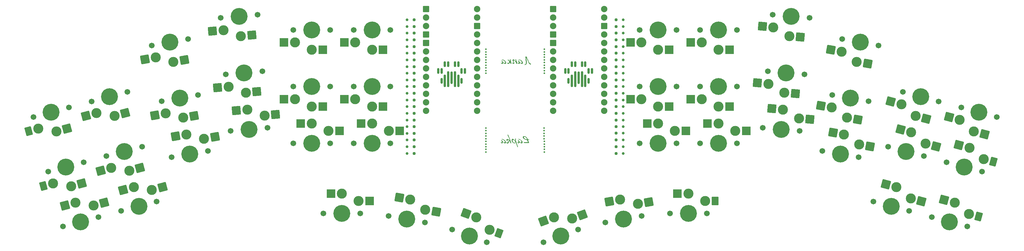
<source format=gbr>
%TF.GenerationSoftware,KiCad,Pcbnew,9.0.7*%
%TF.CreationDate,2026-02-05T22:02:29+07:00*%
%TF.ProjectId,Lapka42,4c61706b-6134-4322-9e6b-696361645f70,rev?*%
%TF.SameCoordinates,Original*%
%TF.FileFunction,Soldermask,Bot*%
%TF.FilePolarity,Negative*%
%FSLAX46Y46*%
G04 Gerber Fmt 4.6, Leading zero omitted, Abs format (unit mm)*
G04 Created by KiCad (PCBNEW 9.0.7) date 2026-02-05 22:02:29*
%MOMM*%
%LPD*%
G01*
G04 APERTURE LIST*
G04 Aperture macros list*
%AMRoundRect*
0 Rectangle with rounded corners*
0 $1 Rounding radius*
0 $2 $3 $4 $5 $6 $7 $8 $9 X,Y pos of 4 corners*
0 Add a 4 corners polygon primitive as box body*
4,1,4,$2,$3,$4,$5,$6,$7,$8,$9,$2,$3,0*
0 Add four circle primitives for the rounded corners*
1,1,$1+$1,$2,$3*
1,1,$1+$1,$4,$5*
1,1,$1+$1,$6,$7*
1,1,$1+$1,$8,$9*
0 Add four rect primitives between the rounded corners*
20,1,$1+$1,$2,$3,$4,$5,0*
20,1,$1+$1,$4,$5,$6,$7,0*
20,1,$1+$1,$6,$7,$8,$9,0*
20,1,$1+$1,$8,$9,$2,$3,0*%
G04 Aperture macros list end*
%ADD10C,0.100000*%
%ADD11C,0.800000*%
%ADD12RoundRect,0.200000X0.200000X0.200000X-0.200000X0.200000X-0.200000X-0.200000X0.200000X-0.200000X0*%
%ADD13RoundRect,0.200000X-0.200000X-0.200000X0.200000X-0.200000X0.200000X0.200000X-0.200000X0.200000X0*%
%ADD14RoundRect,0.375000X-0.000010X-0.500000X0.000010X-0.500000X0.000010X0.500000X-0.000010X0.500000X0*%
%ADD15RoundRect,0.375000X-0.000010X-1.500000X0.000010X-1.500000X0.000010X1.500000X-0.000010X1.500000X0*%
%ADD16RoundRect,0.375000X-0.000010X-2.000000X0.000010X-2.000000X0.000010X2.000000X-0.000010X2.000000X0*%
%ADD17RoundRect,0.200000X1.274302X0.892276X-0.892276X1.274302X-1.274302X-0.892276X0.892276X-1.274302X0*%
%ADD18C,1.701800*%
%ADD19C,3.000000*%
%ADD20C,5.050000*%
%ADD21RoundRect,0.200000X-1.347219X-0.777817X0.777817X-1.347219X1.347219X0.777817X-0.777817X1.347219X0*%
%ADD22RoundRect,0.153846X1.187132X0.787631X-0.403117X1.366434X-1.187132X-0.787631X0.403117X-1.366434X0*%
%ADD23RoundRect,0.200000X1.409884X0.657440X-0.657440X1.409884X-1.409884X-0.657440X0.657440X-1.409884X0*%
%ADD24RoundRect,0.153846X-0.520676X-1.326101X1.113968X-0.888099X0.520676X1.326101X-1.113968X0.888099X0*%
%ADD25RoundRect,0.200000X-0.777817X-1.347219X1.347219X-0.777817X0.777817X1.347219X-1.347219X0.777817X0*%
%ADD26RoundRect,0.200000X1.100000X1.100000X-1.100000X1.100000X-1.100000X-1.100000X1.100000X-1.100000X0*%
%ADD27RoundRect,0.200000X-1.100000X-1.100000X1.100000X-1.100000X1.100000X1.100000X-1.100000X1.100000X0*%
%ADD28C,0.500000*%
%ADD29RoundRect,0.200000X1.347219X0.777817X-0.777817X1.347219X-1.347219X-0.777817X0.777817X-1.347219X0*%
%ADD30O,1.900000X1.900000*%
%ADD31RoundRect,0.250000X-0.700000X-0.700000X0.700000X-0.700000X0.700000X0.700000X-0.700000X0.700000X0*%
%ADD32RoundRect,0.153846X0.846154X1.146154X-0.846154X1.146154X-0.846154X-1.146154X0.846154X-1.146154X0*%
%ADD33RoundRect,0.200000X1.191685X0.999943X-0.999943X1.191685X-1.191685X-0.999943X0.999943X-1.191685X0*%
%ADD34RoundRect,0.200000X-0.999943X-1.191685X1.191685X-0.999943X0.999943X1.191685X-1.191685X0.999943X0*%
%ADD35RoundRect,0.200000X-1.274302X-0.892276X0.892276X-1.274302X1.274302X0.892276X-0.892276X1.274302X0*%
%ADD36RoundRect,0.200000X0.657440X1.409884X-1.409884X0.657440X-0.657440X-1.409884X1.409884X-0.657440X0*%
%ADD37RoundRect,0.200000X-0.892276X-1.274302X1.274302X-0.892276X0.892276X1.274302X-1.274302X0.892276X0*%
%ADD38RoundRect,0.200000X0.892276X1.274302X-1.274302X0.892276X-0.892276X-1.274302X1.274302X-0.892276X0*%
%ADD39RoundRect,0.200000X-1.191685X-0.999943X0.999943X-1.191685X1.191685X0.999943X-0.999943X1.191685X0*%
%ADD40RoundRect,0.153846X1.113968X0.888099X-0.520676X1.326101X-1.113968X-0.888099X0.520676X-1.326101X0*%
%ADD41RoundRect,0.200000X0.999943X1.191685X-1.191685X0.999943X-0.999943X-1.191685X1.191685X-0.999943X0*%
%ADD42RoundRect,0.200000X0.777817X1.347219X-1.347219X0.777817X-0.777817X-1.347219X1.347219X-0.777817X0*%
G04 APERTURE END LIST*
D10*
G36*
X220523650Y-156838792D02*
G01*
X220685293Y-156883569D01*
X220846843Y-156960213D01*
X221010205Y-157072348D01*
X221151489Y-157203837D01*
X221284449Y-157368545D01*
X221408999Y-157571157D01*
X221524337Y-157817288D01*
X221666101Y-157805640D01*
X221787293Y-157772536D01*
X221891617Y-157719439D01*
X221965042Y-157848735D01*
X221845432Y-157920783D01*
X221717038Y-157963646D01*
X221576849Y-157978183D01*
X221717559Y-158370210D01*
X221804147Y-158567572D01*
X221875151Y-158720589D01*
X221898639Y-158800061D01*
X221884386Y-158862452D01*
X221844351Y-158899600D01*
X221769190Y-158915465D01*
X221741176Y-158910545D01*
X221342528Y-158905085D01*
X220688415Y-158933020D01*
X220590606Y-158923138D01*
X220504928Y-158894552D01*
X220429075Y-158853332D01*
X220380669Y-158815936D01*
X220268776Y-158695189D01*
X220363114Y-158569251D01*
X220462459Y-158626804D01*
X220560937Y-158659905D01*
X220660480Y-158670765D01*
X221387866Y-158649699D01*
X221629208Y-158660232D01*
X221544345Y-158564275D01*
X221455796Y-158424294D01*
X221363726Y-158228702D01*
X221268950Y-157964139D01*
X221025418Y-157933622D01*
X220799138Y-157875174D01*
X220587773Y-157789323D01*
X220389371Y-157675628D01*
X220235599Y-157558618D01*
X220127395Y-157446487D01*
X220056277Y-157338174D01*
X220015973Y-157231828D01*
X220012721Y-157205307D01*
X220345712Y-157205307D01*
X220359625Y-157297778D01*
X220403243Y-157391420D01*
X220482707Y-157489331D01*
X220607968Y-157593501D01*
X220742897Y-157675248D01*
X220888781Y-157737444D01*
X221047207Y-157780295D01*
X221220102Y-157803244D01*
X221151773Y-157576459D01*
X221062701Y-157388339D01*
X220954335Y-157233243D01*
X220852990Y-157131197D01*
X220753373Y-157063827D01*
X220653841Y-157025406D01*
X220551945Y-157012814D01*
X220470979Y-157027062D01*
X220405246Y-157068837D01*
X220360534Y-157131108D01*
X220345712Y-157205307D01*
X220012721Y-157205307D01*
X220002856Y-157124860D01*
X220014154Y-157038452D01*
X220046595Y-156966773D01*
X220100859Y-156906263D01*
X220170346Y-156861836D01*
X220255247Y-156833949D01*
X220359603Y-156823983D01*
X220523650Y-156838792D01*
G37*
G36*
X218432527Y-158621763D02*
G01*
X218352080Y-158681145D01*
X218417668Y-158779204D01*
X218532209Y-158880661D01*
X218623153Y-158936103D01*
X218702025Y-158965855D01*
X218771720Y-158975000D01*
X218864633Y-158960503D01*
X218925662Y-158921652D01*
X218963673Y-158857635D01*
X218978105Y-158758081D01*
X218966288Y-158653260D01*
X218925593Y-158516892D01*
X219055041Y-158649699D01*
X219243317Y-158820067D01*
X219382021Y-158908596D01*
X219521268Y-158958980D01*
X219653131Y-158975000D01*
X219738582Y-158965726D01*
X219804078Y-158940242D01*
X219854326Y-158899895D01*
X219890877Y-158845924D01*
X219914037Y-158777831D01*
X219922409Y-158691678D01*
X219911418Y-158573842D01*
X219877825Y-158454987D01*
X219819645Y-158333324D01*
X219733579Y-158207314D01*
X219597685Y-158059023D01*
X219437629Y-157929197D01*
X219250894Y-157817288D01*
X219050861Y-157731940D01*
X218855774Y-157681474D01*
X218663337Y-157663415D01*
X218656315Y-157778820D01*
X218803166Y-157810266D01*
X219007899Y-157872870D01*
X219194185Y-157965852D01*
X219364619Y-158090230D01*
X219479821Y-158205377D01*
X219553779Y-158311803D01*
X219594636Y-158411774D01*
X219607641Y-158508190D01*
X219595018Y-158606643D01*
X219562658Y-158667832D01*
X219512854Y-158703388D01*
X219439724Y-158716255D01*
X219341279Y-158697375D01*
X219215412Y-158630953D01*
X219051530Y-158495978D01*
X218907128Y-158341582D01*
X218779020Y-158169453D01*
X218666848Y-157978183D01*
X218519844Y-158065653D01*
X218661589Y-158371455D01*
X218722518Y-158539917D01*
X218736762Y-158621763D01*
X218728390Y-158667060D01*
X218703637Y-158704043D01*
X218668842Y-158729624D01*
X218637081Y-158737168D01*
X218593422Y-158733657D01*
X218572356Y-158724956D01*
X218546100Y-158709233D01*
X218518165Y-158688167D01*
X218478018Y-158656721D01*
X218432527Y-158621763D01*
G37*
G36*
X217770477Y-158331420D02*
G01*
X217581959Y-158069290D01*
X217430249Y-157895065D01*
X217308858Y-157787674D01*
X217172545Y-157701107D01*
X217060210Y-157655984D01*
X216966154Y-157642502D01*
X216872062Y-157653258D01*
X216797772Y-157683270D01*
X216738703Y-157731651D01*
X216694614Y-157795167D01*
X216667681Y-157869390D01*
X216658256Y-157957270D01*
X216674788Y-158140278D01*
X216724232Y-158315873D01*
X216807955Y-158486759D01*
X216929365Y-158655041D01*
X217047303Y-158776304D01*
X217166037Y-158865501D01*
X217286556Y-158926802D01*
X217410419Y-158962928D01*
X217539667Y-158975000D01*
X217680311Y-158960503D01*
X217777499Y-158922487D01*
X217693540Y-158772125D01*
X217466242Y-158796550D01*
X217378903Y-158784418D01*
X217292445Y-158746943D01*
X217204343Y-158679951D01*
X217113005Y-158576273D01*
X217019258Y-158423269D01*
X216965944Y-158273943D01*
X216948599Y-158125034D01*
X216961689Y-158043932D01*
X216999280Y-157980015D01*
X217057017Y-157936795D01*
X217130408Y-157922160D01*
X217214981Y-157937674D01*
X217312175Y-157989723D01*
X217427519Y-158091500D01*
X217565923Y-158261505D01*
X217717241Y-158493579D01*
X217868944Y-158771964D01*
X218020520Y-159102616D01*
X218216769Y-159615569D01*
X218389480Y-160171179D01*
X218599376Y-160097753D01*
X218468248Y-159735663D01*
X218225226Y-159058958D01*
X217940343Y-158223716D01*
X217896414Y-158048098D01*
X217906885Y-157901095D01*
X217937410Y-157766573D01*
X217987395Y-157642502D01*
X217812456Y-157555033D01*
X217751198Y-157659302D01*
X217715766Y-157764141D01*
X217704073Y-157871632D01*
X217718243Y-158052308D01*
X217770477Y-158331420D01*
G37*
G36*
X215146851Y-158618252D02*
G01*
X215059534Y-158695189D01*
X215175987Y-158856293D01*
X215284731Y-158956462D01*
X215387986Y-159010460D01*
X215489706Y-159027512D01*
X215574232Y-159008945D01*
X215667962Y-158946295D01*
X215776539Y-158821127D01*
X215865647Y-158677401D01*
X215910501Y-158567009D01*
X215923390Y-158481782D01*
X215905759Y-158437426D01*
X215836109Y-158383062D01*
X215671515Y-158314017D01*
X215581340Y-158274305D01*
X215498560Y-158217847D01*
X215437532Y-158148397D01*
X215419792Y-158083208D01*
X215430124Y-158019561D01*
X215458260Y-157976504D01*
X215501268Y-157949173D01*
X215556110Y-157939715D01*
X215658180Y-157965724D01*
X215768516Y-158030563D01*
X215891255Y-158145835D01*
X216029446Y-158327803D01*
X216185315Y-158596458D01*
X216360585Y-158975000D01*
X216573992Y-158901574D01*
X216552511Y-158784208D01*
X216445029Y-158442326D01*
X216166564Y-157684481D01*
X215873237Y-156954126D01*
X215692142Y-156566182D01*
X215587556Y-156393811D01*
X215416281Y-156456703D01*
X215635479Y-156869484D01*
X215840876Y-157323262D01*
X216031637Y-157821125D01*
X216206712Y-158366377D01*
X216012582Y-158097436D01*
X215858915Y-157923651D01*
X215738071Y-157820799D01*
X215602555Y-157741762D01*
X215478876Y-157698110D01*
X215363769Y-157684329D01*
X215264561Y-157701645D01*
X215190662Y-157750885D01*
X215142568Y-157825317D01*
X215125937Y-157920481D01*
X215138767Y-158019454D01*
X215176618Y-158107632D01*
X215236935Y-158184988D01*
X215321789Y-158254483D01*
X215467720Y-158341245D01*
X215657623Y-158432933D01*
X215629308Y-158539997D01*
X215592676Y-158621088D01*
X215549088Y-158681297D01*
X215493642Y-158729064D01*
X215436015Y-158756155D01*
X215374302Y-158765103D01*
X215311478Y-158740895D01*
X215146851Y-158618252D01*
G37*
G36*
X213474398Y-158621763D02*
G01*
X213393950Y-158681145D01*
X213459538Y-158779204D01*
X213574079Y-158880661D01*
X213665023Y-158936103D01*
X213743896Y-158965855D01*
X213813590Y-158975000D01*
X213906503Y-158960503D01*
X213967532Y-158921652D01*
X214005543Y-158857635D01*
X214019975Y-158758081D01*
X214008158Y-158653260D01*
X213967463Y-158516892D01*
X214096912Y-158649699D01*
X214285187Y-158820067D01*
X214423892Y-158908596D01*
X214563138Y-158958980D01*
X214695001Y-158975000D01*
X214780453Y-158965726D01*
X214845948Y-158940242D01*
X214896196Y-158899895D01*
X214932747Y-158845924D01*
X214955907Y-158777831D01*
X214964279Y-158691678D01*
X214953288Y-158573842D01*
X214919695Y-158454987D01*
X214861515Y-158333324D01*
X214775449Y-158207314D01*
X214639556Y-158059023D01*
X214479499Y-157929197D01*
X214292764Y-157817288D01*
X214092731Y-157731940D01*
X213897644Y-157681474D01*
X213705207Y-157663415D01*
X213698185Y-157778820D01*
X213845036Y-157810266D01*
X214049769Y-157872870D01*
X214236055Y-157965852D01*
X214406489Y-158090230D01*
X214521691Y-158205377D01*
X214595649Y-158311803D01*
X214636506Y-158411774D01*
X214649511Y-158508190D01*
X214636888Y-158606643D01*
X214604528Y-158667832D01*
X214554724Y-158703388D01*
X214481594Y-158716255D01*
X214383149Y-158697375D01*
X214257282Y-158630953D01*
X214093401Y-158495978D01*
X213948998Y-158341582D01*
X213820890Y-158169453D01*
X213708718Y-157978183D01*
X213561714Y-158065653D01*
X213703459Y-158371455D01*
X213764388Y-158539917D01*
X213778633Y-158621763D01*
X213770260Y-158667060D01*
X213745507Y-158704043D01*
X213710713Y-158729624D01*
X213678951Y-158737168D01*
X213635293Y-158733657D01*
X213614227Y-158724956D01*
X213587971Y-158709233D01*
X213560035Y-158688167D01*
X213519888Y-158656721D01*
X213474398Y-158621763D01*
G37*
G36*
X220909389Y-134902211D02*
G01*
X220897949Y-135052272D01*
X220868395Y-135156013D01*
X220825583Y-135225680D01*
X220762793Y-135278886D01*
X220668254Y-135324521D01*
X220531729Y-135360319D01*
X220573708Y-135489767D01*
X220710026Y-135496789D01*
X220810493Y-135485648D01*
X220899162Y-135453186D01*
X220978808Y-135398975D01*
X221051050Y-135320171D01*
X221121580Y-135196125D01*
X221166201Y-135045024D01*
X221182178Y-134860232D01*
X221169719Y-134374914D01*
X221133999Y-133936685D01*
X221077306Y-133541625D01*
X221042349Y-133335240D01*
X221049856Y-133308391D01*
X221070284Y-133300283D01*
X221098876Y-133318009D01*
X221152415Y-133406945D01*
X221248734Y-133650008D01*
X221350095Y-133940352D01*
X221512302Y-134360584D01*
X221663261Y-134683941D01*
X221803165Y-134926635D01*
X221928229Y-135097798D01*
X222057409Y-135235079D01*
X222190922Y-135342551D01*
X222329509Y-135423364D01*
X222420337Y-135231023D01*
X222202102Y-135053568D01*
X222029855Y-134882442D01*
X221897504Y-134716892D01*
X221786014Y-134533600D01*
X221653526Y-134259863D01*
X221497099Y-133870437D01*
X221378183Y-133552158D01*
X221253750Y-133245847D01*
X221164776Y-133078175D01*
X221096249Y-132994253D01*
X221029616Y-132950274D01*
X220961901Y-132936514D01*
X220880775Y-132950530D01*
X220825834Y-132989076D01*
X220790364Y-133054970D01*
X220776582Y-133160454D01*
X220808028Y-133475222D01*
X220866945Y-134033112D01*
X220899405Y-134505562D01*
X220909389Y-134902211D01*
G37*
G36*
X218537486Y-134821763D02*
G01*
X218457038Y-134881145D01*
X218522627Y-134979204D01*
X218637168Y-135080661D01*
X218728112Y-135136103D01*
X218806984Y-135165855D01*
X218876678Y-135175000D01*
X218969591Y-135160503D01*
X219030621Y-135121652D01*
X219068632Y-135057635D01*
X219083063Y-134958081D01*
X219071247Y-134853260D01*
X219030551Y-134716892D01*
X219160000Y-134849699D01*
X219348275Y-135020067D01*
X219486980Y-135108596D01*
X219626226Y-135158980D01*
X219758090Y-135175000D01*
X219843437Y-135165729D01*
X219908887Y-135140249D01*
X219959132Y-135099895D01*
X219995770Y-135045912D01*
X220018979Y-134977819D01*
X220027367Y-134891678D01*
X220016376Y-134773842D01*
X219982783Y-134654987D01*
X219924603Y-134533324D01*
X219838537Y-134407314D01*
X219702644Y-134259023D01*
X219542588Y-134129197D01*
X219355852Y-134017288D01*
X219155820Y-133931940D01*
X218960732Y-133881474D01*
X218768295Y-133863415D01*
X218761273Y-133978820D01*
X218908124Y-134010266D01*
X219112857Y-134072870D01*
X219299143Y-134165852D01*
X219469578Y-134290230D01*
X219584780Y-134405377D01*
X219658737Y-134511803D01*
X219699594Y-134611774D01*
X219712599Y-134708190D01*
X219699976Y-134806643D01*
X219667617Y-134867832D01*
X219617812Y-134903388D01*
X219544682Y-134916255D01*
X219446237Y-134897375D01*
X219320370Y-134830953D01*
X219156489Y-134695978D01*
X219012086Y-134541582D01*
X218883978Y-134369453D01*
X218771806Y-134178183D01*
X218624803Y-134265653D01*
X218766547Y-134571455D01*
X218827476Y-134739917D01*
X218841721Y-134821763D01*
X218833348Y-134867060D01*
X218808595Y-134904043D01*
X218773801Y-134929624D01*
X218742039Y-134937168D01*
X218698381Y-134933657D01*
X218677315Y-134924956D01*
X218651059Y-134909233D01*
X218623124Y-134888167D01*
X218582976Y-134856721D01*
X218537486Y-134821763D01*
G37*
G36*
X216862743Y-134751849D02*
G01*
X216789165Y-134807719D01*
X216880743Y-134949504D01*
X217000893Y-135066617D01*
X217094801Y-135128732D01*
X217174640Y-135161534D01*
X217243915Y-135171489D01*
X217343149Y-135154950D01*
X217415343Y-135108596D01*
X217462277Y-135038313D01*
X217478235Y-134951212D01*
X217455569Y-134842684D01*
X217357640Y-134620721D01*
X217282678Y-134457595D01*
X217246617Y-134346188D01*
X217236893Y-134272675D01*
X217246581Y-134226751D01*
X217277193Y-134183526D01*
X217321404Y-134153261D01*
X217373363Y-134143226D01*
X217453003Y-134156687D01*
X217537427Y-134200078D01*
X217630140Y-134281758D01*
X217733622Y-134414336D01*
X217912223Y-134718925D01*
X218139370Y-135195913D01*
X218349114Y-135122487D01*
X218268144Y-134721079D01*
X218158604Y-134330377D01*
X218028798Y-133973717D01*
X217929474Y-133775946D01*
X217785981Y-133821436D01*
X217884376Y-134116502D01*
X218034346Y-134678271D01*
X217840829Y-134376159D01*
X217669465Y-134159885D01*
X217517595Y-134012414D01*
X217382203Y-133919204D01*
X217259738Y-133868673D01*
X217146065Y-133852882D01*
X217065534Y-133867973D01*
X217000893Y-133912417D01*
X216957510Y-133977324D01*
X216943191Y-134052246D01*
X216948681Y-134130287D01*
X216964257Y-134197418D01*
X217095385Y-134498294D01*
X217186971Y-134715421D01*
X217205446Y-134793828D01*
X217196226Y-134847937D01*
X217170489Y-134886488D01*
X217134527Y-134912245D01*
X217104086Y-134919613D01*
X217051573Y-134909233D01*
X217004404Y-134877786D01*
X216957235Y-134839318D01*
X216906402Y-134791996D01*
X216862743Y-134751849D01*
G37*
G36*
X215376373Y-134786806D02*
G01*
X215289056Y-134863743D01*
X215405501Y-135024763D01*
X215514242Y-135124888D01*
X215617501Y-135178867D01*
X215719229Y-135195913D01*
X215798751Y-135180277D01*
X215885286Y-135128615D01*
X215983316Y-135028148D01*
X216064722Y-134911509D01*
X216117442Y-134803727D01*
X216145890Y-134702848D01*
X216264959Y-134905722D01*
X216353414Y-135064104D01*
X216404788Y-135175000D01*
X216614531Y-135101574D01*
X216531679Y-134678495D01*
X216434555Y-134290230D01*
X216320910Y-133939665D01*
X216233360Y-133755033D01*
X216089867Y-133800523D01*
X216156919Y-134027352D01*
X216299763Y-134657357D01*
X216159722Y-134398410D01*
X216030604Y-134210065D01*
X215911570Y-134078502D01*
X215773994Y-133968025D01*
X215631124Y-133887871D01*
X215481397Y-133835480D01*
X215481397Y-134066290D01*
X215596052Y-134087888D01*
X215713146Y-134145770D01*
X215836219Y-134247661D01*
X215967593Y-134405482D01*
X215945332Y-134552808D01*
X215900105Y-134677380D01*
X215832954Y-134783295D01*
X215745083Y-134874150D01*
X215670195Y-134920032D01*
X215603824Y-134933657D01*
X215541000Y-134909448D01*
X215376373Y-134786806D01*
G37*
G36*
X213547605Y-134821763D02*
G01*
X213467157Y-134881145D01*
X213532745Y-134979204D01*
X213647286Y-135080661D01*
X213738230Y-135136103D01*
X213817102Y-135165855D01*
X213886797Y-135175000D01*
X213979710Y-135160503D01*
X214040739Y-135121652D01*
X214078750Y-135057635D01*
X214093182Y-134958081D01*
X214081365Y-134853260D01*
X214040670Y-134716892D01*
X214170118Y-134849699D01*
X214358394Y-135020067D01*
X214497099Y-135108596D01*
X214636345Y-135158980D01*
X214768208Y-135175000D01*
X214853556Y-135165729D01*
X214919006Y-135140249D01*
X214969251Y-135099895D01*
X215005889Y-135045912D01*
X215029098Y-134977819D01*
X215037486Y-134891678D01*
X215026495Y-134773842D01*
X214992902Y-134654987D01*
X214934722Y-134533324D01*
X214848656Y-134407314D01*
X214712763Y-134259023D01*
X214552706Y-134129197D01*
X214365971Y-134017288D01*
X214165938Y-133931940D01*
X213970851Y-133881474D01*
X213778414Y-133863415D01*
X213771392Y-133978820D01*
X213918243Y-134010266D01*
X214122976Y-134072870D01*
X214309262Y-134165852D01*
X214479696Y-134290230D01*
X214594898Y-134405377D01*
X214668856Y-134511803D01*
X214709713Y-134611774D01*
X214722718Y-134708190D01*
X214710095Y-134806643D01*
X214677735Y-134867832D01*
X214627931Y-134903388D01*
X214554801Y-134916255D01*
X214456356Y-134897375D01*
X214330489Y-134830953D01*
X214166607Y-134695978D01*
X214022205Y-134541582D01*
X213894097Y-134369453D01*
X213781925Y-134178183D01*
X213634921Y-134265653D01*
X213776666Y-134571455D01*
X213837595Y-134739917D01*
X213851840Y-134821763D01*
X213843467Y-134867060D01*
X213818714Y-134904043D01*
X213783919Y-134929624D01*
X213752158Y-134937168D01*
X213708499Y-134933657D01*
X213687434Y-134924956D01*
X213661177Y-134909233D01*
X213633242Y-134888167D01*
X213593095Y-134856721D01*
X213547605Y-134821763D01*
G37*
D11*
%TO.C,D42*%
X185450003Y-156003556D03*
D12*
X187550003Y-156000009D03*
%TD*%
D11*
%TO.C,D41*%
X185450000Y-134003556D03*
D12*
X187550000Y-134000009D03*
%TD*%
D11*
%TO.C,D40*%
X185449998Y-126003553D03*
D12*
X187549998Y-126000006D03*
%TD*%
D11*
%TO.C,D39*%
X185449999Y-152003554D03*
D12*
X187549999Y-152000007D03*
%TD*%
D11*
%TO.C,D38*%
X185450003Y-136003556D03*
D12*
X187550003Y-136000009D03*
%TD*%
D11*
%TO.C,D37*%
X185450000Y-128003550D03*
D12*
X187550000Y-128000003D03*
%TD*%
D11*
%TO.C,D36*%
X185450000Y-148003555D03*
D12*
X187550000Y-148000008D03*
%TD*%
D11*
%TO.C,D35*%
X185450000Y-138003562D03*
D12*
X187550000Y-138000015D03*
%TD*%
D11*
%TO.C,D34*%
X185449999Y-124003552D03*
D12*
X187549999Y-124000005D03*
%TD*%
D11*
%TO.C,D33*%
X185449998Y-158003553D03*
D12*
X187549998Y-158000006D03*
%TD*%
D11*
%TO.C,D32*%
X185450000Y-146003552D03*
D12*
X187550000Y-146000005D03*
%TD*%
D11*
%TO.C,D31*%
X185449999Y-140003552D03*
D12*
X187549999Y-140000005D03*
%TD*%
D11*
%TO.C,D30*%
X185449999Y-122003558D03*
D12*
X187549999Y-122000011D03*
%TD*%
D11*
%TO.C,D29*%
X185449999Y-162003557D03*
D12*
X187549999Y-162000010D03*
%TD*%
D11*
%TO.C,D28*%
X185449994Y-150003557D03*
D12*
X187549994Y-150000010D03*
%TD*%
D11*
%TO.C,D27*%
X185449997Y-142003550D03*
D12*
X187549997Y-142000003D03*
%TD*%
D11*
%TO.C,D26*%
X185450003Y-130003553D03*
D12*
X187550003Y-130000006D03*
%TD*%
D11*
%TO.C,D25*%
X185450002Y-160003554D03*
D12*
X187550002Y-160000007D03*
%TD*%
D11*
%TO.C,D24*%
X185450002Y-154003552D03*
D12*
X187550002Y-154000005D03*
%TD*%
D11*
%TO.C,D23*%
X185449999Y-144003552D03*
D12*
X187549999Y-144000005D03*
%TD*%
D11*
%TO.C,D22*%
X185450003Y-132003553D03*
D12*
X187550003Y-132000006D03*
%TD*%
D11*
%TO.C,D21*%
X249962159Y-158002730D03*
D13*
X247862159Y-158006277D03*
%TD*%
D11*
%TO.C,D20*%
X249962159Y-162002728D03*
D13*
X247862159Y-162006275D03*
%TD*%
D11*
%TO.C,D19*%
X249962159Y-160002730D03*
D13*
X247862159Y-160006277D03*
%TD*%
D11*
%TO.C,D18*%
X249962158Y-154002732D03*
D13*
X247862158Y-154006279D03*
%TD*%
D11*
%TO.C,D17*%
X249962158Y-155911594D03*
D13*
X247862158Y-155915141D03*
%TD*%
D11*
%TO.C,D16*%
X249962158Y-152002730D03*
D13*
X247862158Y-152006277D03*
%TD*%
D11*
%TO.C,D15*%
X249962158Y-150002731D03*
D13*
X247862158Y-150006278D03*
%TD*%
D11*
%TO.C,D14*%
X249962158Y-146002730D03*
D13*
X247862158Y-146006277D03*
%TD*%
D11*
%TO.C,D13*%
X249962159Y-148002730D03*
D13*
X247862159Y-148006277D03*
%TD*%
D11*
%TO.C,D12*%
X249962159Y-136002731D03*
D13*
X247862159Y-136006278D03*
%TD*%
D11*
%TO.C,D11*%
X249962158Y-134002731D03*
D13*
X247862158Y-134006278D03*
%TD*%
D11*
%TO.C,D10*%
X249962159Y-138002731D03*
D13*
X247862159Y-138006278D03*
%TD*%
D11*
%TO.C,D9*%
X249962160Y-140002732D03*
D13*
X247862160Y-140006279D03*
%TD*%
D11*
%TO.C,D8*%
X249962159Y-142002729D03*
D13*
X247862159Y-142006276D03*
%TD*%
D11*
%TO.C,D7*%
X249962160Y-144002731D03*
D13*
X247862160Y-144006278D03*
%TD*%
D11*
%TO.C,D6*%
X249962160Y-121990195D03*
D13*
X247862160Y-121993742D03*
%TD*%
D11*
%TO.C,D5*%
X249962159Y-123990196D03*
D13*
X247862159Y-123993743D03*
%TD*%
D11*
%TO.C,D4*%
X249962158Y-127990192D03*
D13*
X247862158Y-127993739D03*
%TD*%
D11*
%TO.C,D3*%
X249962159Y-125990198D03*
D13*
X247862159Y-125993745D03*
%TD*%
D11*
%TO.C,D2*%
X249962159Y-131990193D03*
D13*
X247862159Y-131993740D03*
%TD*%
D11*
%TO.C,D1*%
X249962159Y-129990199D03*
D13*
X247862159Y-129993746D03*
%TD*%
D14*
%TO.C,REF\u002A\u002A*%
X202750001Y-137300000D03*
X201750001Y-140300000D03*
X201750001Y-137300000D03*
D15*
X200750001Y-140300000D03*
D14*
X200750001Y-135300000D03*
D16*
X199750001Y-139800000D03*
D14*
X199750001Y-135300000D03*
D15*
X198750001Y-139300000D03*
D16*
X197750001Y-139800000D03*
D14*
X197750001Y-135300000D03*
D15*
X196750001Y-140300000D03*
D14*
X196750001Y-135300000D03*
X195750001Y-140300000D03*
X195750001Y-137300000D03*
X194750001Y-137300000D03*
%TD*%
D17*
%TO.C,SW29*%
X194139742Y-179435878D03*
X183147246Y-175263666D03*
D18*
X179922836Y-180736906D03*
D19*
X186372482Y-175832365D03*
D20*
X185339279Y-181691971D03*
D19*
X190914503Y-178867187D03*
D18*
X190755722Y-182647036D03*
%TD*%
D21*
%TO.C,SW6*%
X347212337Y-151126392D03*
X357799379Y-156240789D03*
D18*
X361488537Y-151069403D03*
D19*
X354635972Y-155393157D03*
D20*
X356175945Y-149645898D03*
D19*
X350375744Y-151974025D03*
D18*
X350863353Y-148222393D03*
%TD*%
D17*
%TO.C,SW16*%
X323615167Y-159928733D03*
X312622663Y-155756519D03*
D18*
X309398259Y-161229758D03*
D19*
X315847909Y-156325217D03*
D20*
X314814702Y-162184823D03*
D19*
X320389922Y-159360035D03*
D18*
X320231145Y-163139888D03*
%TD*%
D22*
%TO.C,SW25*%
X212867569Y-185920220D03*
D23*
X203048476Y-180005174D03*
D18*
X198922637Y-184835351D03*
D19*
X206125963Y-181125290D03*
D20*
X204090946Y-186716462D03*
D19*
X210071989Y-184902721D03*
D18*
X209259255Y-188597573D03*
%TD*%
D24*
%TO.C,SW41*%
X76903454Y-171752931D03*
D25*
X88339516Y-170966253D03*
D18*
X88948730Y-164643123D03*
D19*
X85176112Y-171813888D03*
D20*
X83636138Y-166066628D03*
D19*
X79777081Y-170982946D03*
D18*
X78323546Y-167490133D03*
%TD*%
D26*
%TO.C,SW33*%
X174274999Y-176250003D03*
X162725006Y-174050003D03*
D18*
X160500000Y-180000005D03*
D19*
X165999996Y-174050006D03*
D20*
X166000000Y-180000005D03*
D19*
X171000005Y-176250008D03*
D18*
X171500000Y-180000005D03*
%TD*%
D27*
%TO.C,SW22*%
X166725000Y-128750000D03*
X178275000Y-130950000D03*
D18*
X180500000Y-125000000D03*
D19*
X175000000Y-130950002D03*
D20*
X175000000Y-125000000D03*
D19*
X169999997Y-128750000D03*
D18*
X169500000Y-125000000D03*
%TD*%
D28*
%TO.C,REF\u002A\u002A*%
X226400000Y-134000000D03*
X226400000Y-133200000D03*
X226400000Y-132400000D03*
X226400000Y-131600000D03*
X226400000Y-130800000D03*
%TD*%
D26*
%TO.C,SW28*%
X165274998Y-155249994D03*
X153725005Y-153049994D03*
D18*
X151499999Y-158999996D03*
D19*
X156999995Y-153049997D03*
D20*
X156999999Y-158999996D03*
D19*
X162000005Y-155249998D03*
D18*
X162499999Y-158999996D03*
%TD*%
D29*
%TO.C,SW17*%
X338953032Y-176348133D03*
X328365990Y-171233736D03*
D18*
X324676832Y-176405122D03*
D19*
X331529397Y-172081368D03*
D20*
X329989424Y-177828627D03*
D19*
X335789625Y-175500500D03*
D18*
X335302016Y-179252132D03*
%TD*%
D27*
%TO.C,SW23*%
X166724993Y-145750005D03*
X178274993Y-147950005D03*
D18*
X180499993Y-142000005D03*
D19*
X174999993Y-147950007D03*
D20*
X174999993Y-142000005D03*
D19*
X169999990Y-145750005D03*
D18*
X169499993Y-142000005D03*
%TD*%
D30*
%TO.C,U1*%
X244269698Y-118759200D03*
X244269698Y-121299200D03*
D31*
X244269698Y-123839200D03*
D30*
X244269698Y-126379200D03*
X244269698Y-128919200D03*
X244269698Y-131459200D03*
X244269698Y-133999200D03*
X244269698Y-136539200D03*
X244269698Y-139079200D03*
X244269698Y-141619200D03*
X244269698Y-144159200D03*
X244269698Y-146699200D03*
X244269698Y-149239200D03*
X229029698Y-149239200D03*
X229029698Y-146699200D03*
X229029698Y-144159200D03*
X229029698Y-141619200D03*
X229029698Y-139079200D03*
X229029698Y-136539200D03*
X229029698Y-133999200D03*
X229029698Y-131459200D03*
D31*
X229029698Y-128919200D03*
X229029698Y-126379200D03*
D30*
X229029698Y-123839200D03*
X229029698Y-121299200D03*
D31*
X229029698Y-118759200D03*
%TD*%
D32*
%TO.C,SW21*%
X277387158Y-176250007D03*
D26*
X266137159Y-174050007D03*
D18*
X263912159Y-180000007D03*
D19*
X269412159Y-174050006D03*
D20*
X269412159Y-180000007D03*
D19*
X274412159Y-176250007D03*
D18*
X274912159Y-180000007D03*
%TD*%
D33*
%TO.C,SW15*%
X305689084Y-151802236D03*
X294374778Y-148603958D03*
D18*
X291639668Y-154337395D03*
D19*
X297637316Y-148889394D03*
D20*
X297118739Y-154816752D03*
D19*
X302426550Y-151516801D03*
D18*
X302597810Y-155296109D03*
%TD*%
D25*
%TO.C,SW38*%
X94000345Y-167171835D03*
X105726187Y-166307510D03*
D18*
X106335401Y-159984380D03*
D19*
X102562783Y-167155145D03*
D20*
X101022809Y-161407885D03*
D19*
X97163752Y-166324203D03*
D18*
X95710217Y-162831390D03*
%TD*%
D34*
%TO.C,SW30*%
X127413454Y-125403073D03*
X139111244Y-126588049D03*
D18*
X140809202Y-120466772D03*
D19*
X135848708Y-126873489D03*
D20*
X135330131Y-120946129D03*
D19*
X130675989Y-125117638D03*
D18*
X129851060Y-121425486D03*
%TD*%
D27*
%TO.C,SW27*%
X148725000Y-145750004D03*
X160275000Y-147950004D03*
D18*
X162500000Y-142000004D03*
D19*
X157000000Y-147950006D03*
D20*
X157000000Y-142000004D03*
D19*
X151999997Y-145750004D03*
D18*
X151500000Y-142000004D03*
%TD*%
D28*
%TO.C,REF\u002A\u002A*%
X209000000Y-161600000D03*
X209000000Y-160800000D03*
X209000000Y-160000000D03*
X209000000Y-159200000D03*
X209000000Y-158400000D03*
%TD*%
D26*
%TO.C,SW24*%
X183275000Y-155250003D03*
X171725007Y-153050003D03*
D18*
X169500001Y-159000005D03*
D19*
X174999997Y-153050006D03*
D20*
X175000001Y-159000005D03*
D19*
X180000007Y-155250007D03*
D18*
X180500001Y-159000005D03*
%TD*%
D28*
%TO.C,REF\u002A\u002A*%
X226387848Y-157600000D03*
X226387848Y-156800000D03*
X226387848Y-156000000D03*
X226387848Y-155200000D03*
X226387848Y-154400000D03*
%TD*%
D27*
%TO.C,SW7*%
X252137158Y-145750014D03*
X263687158Y-147950014D03*
D18*
X265912158Y-142000014D03*
D19*
X260412158Y-147950015D03*
D20*
X260412158Y-142000014D03*
D19*
X255412158Y-145750014D03*
D18*
X254912158Y-142000014D03*
%TD*%
D28*
%TO.C,REF\u002A\u002A*%
X209000000Y-157600000D03*
X209000000Y-156800000D03*
X209000000Y-156000000D03*
X209000000Y-155200000D03*
X209000000Y-154400000D03*
%TD*%
D35*
%TO.C,SW10*%
X308966254Y-147699171D03*
X319958758Y-151871385D03*
D18*
X323183162Y-146398146D03*
D19*
X316733512Y-151302687D03*
D20*
X317766719Y-145443081D03*
D19*
X312191499Y-148267869D03*
D18*
X312350276Y-144488016D03*
%TD*%
D35*
%TO.C,SW4*%
X311918278Y-130957440D03*
X322910782Y-135129654D03*
D18*
X326135186Y-129656415D03*
D19*
X319685536Y-134560956D03*
D20*
X320718743Y-128701350D03*
D19*
X315143523Y-131526138D03*
D18*
X315302300Y-127746285D03*
%TD*%
D29*
%TO.C,SW11*%
X343352960Y-159927402D03*
X332765918Y-154813005D03*
D18*
X329076760Y-159984391D03*
D19*
X335929325Y-155660637D03*
D20*
X334389352Y-161407896D03*
D19*
X340189553Y-159079769D03*
D18*
X339701944Y-162831401D03*
%TD*%
D30*
%TO.C,U2*%
X206357545Y-118759186D03*
X206357545Y-121299186D03*
D31*
X206357545Y-123839186D03*
D30*
X206357545Y-126379186D03*
X206357545Y-128919186D03*
X206357545Y-131459186D03*
X206357545Y-133999186D03*
X206357545Y-136539186D03*
X206357545Y-139079186D03*
X206357545Y-141619186D03*
X206357545Y-144159186D03*
X206357545Y-146699186D03*
X206357545Y-149239186D03*
X191117545Y-149239186D03*
X191117545Y-146699186D03*
X191117545Y-144159186D03*
X191117545Y-141619186D03*
X191117545Y-139079186D03*
X191117545Y-136539186D03*
X191117545Y-133999186D03*
X191117545Y-131459186D03*
D31*
X191117545Y-128919186D03*
X191117545Y-126379186D03*
D30*
X191117545Y-123839186D03*
X191117545Y-121299186D03*
D31*
X191117545Y-118759186D03*
%TD*%
D26*
%TO.C,SW13*%
X268687146Y-155250003D03*
X257137146Y-153050003D03*
D18*
X254912146Y-159000003D03*
D19*
X260412146Y-153050002D03*
D20*
X260412146Y-159000003D03*
D19*
X265412146Y-155250003D03*
D18*
X265912146Y-159000003D03*
%TD*%
D36*
%TO.C,SW19*%
X237814594Y-180362405D03*
X226208701Y-182245414D03*
D18*
X226152904Y-188597580D03*
D19*
X229286193Y-181125297D03*
D20*
X231321213Y-186716469D03*
D19*
X234737100Y-181482520D03*
D18*
X236489522Y-184835358D03*
%TD*%
D24*
%TO.C,SW40*%
X72503531Y-155332188D03*
D25*
X83939596Y-154545510D03*
D18*
X84548810Y-148222380D03*
D19*
X80776192Y-155393145D03*
D20*
X79236218Y-149645885D03*
D19*
X75377161Y-154562203D03*
D18*
X73923626Y-151069390D03*
%TD*%
D37*
%TO.C,SW35*%
X110147332Y-150573049D03*
X121903885Y-150733988D03*
D18*
X123061878Y-144488016D03*
D19*
X118678642Y-151302689D03*
D20*
X117645435Y-145443081D03*
D19*
X113372574Y-150004351D03*
D18*
X112228992Y-146398146D03*
%TD*%
D27*
%TO.C,SW1*%
X252137155Y-128750010D03*
X263687155Y-130950010D03*
D18*
X265912155Y-125000010D03*
D19*
X260412155Y-130950011D03*
D20*
X260412155Y-125000010D03*
D19*
X255412155Y-128750010D03*
D18*
X254912155Y-125000010D03*
%TD*%
D28*
%TO.C,REF\u002A\u002A*%
X209000000Y-138000000D03*
X209000000Y-137200000D03*
X209000000Y-136400000D03*
X209000000Y-135600000D03*
X209000000Y-134800000D03*
%TD*%
D38*
%TO.C,SW36*%
X128095558Y-157054842D03*
X116339009Y-156893901D03*
D18*
X115181013Y-163139877D03*
D19*
X119564249Y-156325209D03*
D20*
X120597456Y-162184812D03*
D19*
X124870319Y-157623543D03*
D18*
X126013899Y-161229747D03*
%TD*%
D21*
%TO.C,SW5*%
X329825667Y-146467650D03*
X340412709Y-151582047D03*
D18*
X344101867Y-146410661D03*
D19*
X337249302Y-150734415D03*
D20*
X338789275Y-144987156D03*
D19*
X332989074Y-147315283D03*
D18*
X333476683Y-143563651D03*
%TD*%
D28*
%TO.C,REF\u002A\u002A*%
X226412151Y-138000000D03*
X226412151Y-137200000D03*
X226412151Y-136400000D03*
X226412151Y-135600000D03*
X226412151Y-134800000D03*
%TD*%
D27*
%TO.C,SW2*%
X270137151Y-128750007D03*
X281687151Y-130950007D03*
D18*
X283912151Y-125000007D03*
D19*
X278412151Y-130950008D03*
D20*
X278412151Y-125000007D03*
D19*
X273412151Y-128750007D03*
D18*
X272912151Y-125000007D03*
%TD*%
D39*
%TO.C,SW3*%
X291511685Y-123960650D03*
X302825991Y-127158928D03*
D18*
X305561101Y-121425491D03*
D19*
X299563453Y-126873492D03*
D20*
X300082030Y-120946134D03*
D19*
X294774219Y-124246085D03*
D18*
X294602959Y-120466777D03*
%TD*%
D28*
%TO.C,REF\u002A\u002A*%
X209000000Y-134000000D03*
X209000000Y-133200000D03*
X209000000Y-132400000D03*
X209000000Y-131600000D03*
X209000000Y-130800000D03*
%TD*%
D40*
%TO.C,SW12*%
X360449842Y-164508492D03*
D29*
X350152582Y-159471742D03*
D18*
X346463424Y-164643128D03*
D19*
X353315989Y-160319374D03*
D20*
X351776016Y-166066633D03*
D19*
X357576217Y-163738506D03*
D18*
X357088608Y-167490138D03*
%TD*%
D41*
%TO.C,SW32*%
X146210096Y-150359801D03*
X134512311Y-149174821D03*
D18*
X132814349Y-155296104D03*
D19*
X137774843Y-148889392D03*
D20*
X138293420Y-154816747D03*
D19*
X142947564Y-150645240D03*
D18*
X143772491Y-154337390D03*
%TD*%
D42*
%TO.C,SW39*%
X112445197Y-172064674D03*
X100719352Y-172928997D03*
D18*
X100110140Y-179252128D03*
D19*
X103882759Y-172081364D03*
D20*
X105422732Y-177828623D03*
D19*
X109281790Y-172912306D03*
D18*
X110735324Y-176405118D03*
%TD*%
D25*
%TO.C,SW37*%
X89600419Y-150751095D03*
X101326261Y-149886770D03*
D18*
X101935475Y-143563640D03*
D19*
X98162857Y-150734405D03*
D20*
X96622883Y-144987145D03*
D19*
X92763826Y-149903463D03*
D18*
X91310291Y-146410650D03*
%TD*%
D38*
%TO.C,SW20*%
X257570980Y-176562008D03*
X245814425Y-176401068D03*
D18*
X244656434Y-182647041D03*
D19*
X249039670Y-175832369D03*
D20*
X250072877Y-181691976D03*
D19*
X254345735Y-177130706D03*
D18*
X255489320Y-180736911D03*
%TD*%
D40*
%TO.C,SW18*%
X356049916Y-180929234D03*
D29*
X345752652Y-175892483D03*
D18*
X342063494Y-181063869D03*
D19*
X348916059Y-176740115D03*
D20*
X347376086Y-182487374D03*
D19*
X353176287Y-180159247D03*
D18*
X352688678Y-183910879D03*
%TD*%
D39*
%TO.C,SW9*%
X290030044Y-140895957D03*
X301344350Y-144094235D03*
D18*
X304079460Y-138360798D03*
D19*
X298081812Y-143808799D03*
D20*
X298600389Y-137881441D03*
D19*
X293292578Y-141181392D03*
D18*
X293121318Y-137402084D03*
%TD*%
D28*
%TO.C,REF\u002A\u002A*%
X226400000Y-161600000D03*
X226400000Y-160800000D03*
X226400000Y-160000000D03*
X226400000Y-159200000D03*
X226400000Y-158400000D03*
%TD*%
D27*
%TO.C,SW26*%
X148724999Y-128750001D03*
X160274999Y-130950001D03*
D18*
X162499999Y-125000001D03*
D19*
X156999999Y-130950003D03*
D20*
X156999999Y-125000001D03*
D19*
X151999996Y-128750001D03*
D18*
X151499999Y-125000001D03*
%TD*%
D34*
%TO.C,SW31*%
X128895096Y-142338377D03*
X140592886Y-143523353D03*
D18*
X142290844Y-137402076D03*
D19*
X137330350Y-143808793D03*
D20*
X136811773Y-137881433D03*
D19*
X132157631Y-142052942D03*
D18*
X131332702Y-138360790D03*
%TD*%
D26*
%TO.C,SW14*%
X286687153Y-155250001D03*
X275137153Y-153050001D03*
D18*
X272912153Y-159000001D03*
D19*
X278412153Y-153050000D03*
D20*
X278412153Y-159000001D03*
D19*
X283412153Y-155250001D03*
D18*
X283912153Y-159000001D03*
%TD*%
D14*
%TO.C,REF\u002A\u002A*%
X240662151Y-137300010D03*
X239662151Y-140300010D03*
X239662151Y-137300010D03*
D15*
X238662151Y-140300010D03*
D14*
X238662151Y-135300010D03*
D16*
X237662151Y-139800010D03*
D14*
X237662151Y-135300010D03*
D15*
X236662151Y-139300010D03*
D16*
X235662151Y-139800010D03*
D14*
X235662151Y-135300010D03*
D15*
X234662151Y-140300010D03*
D14*
X234662151Y-135300010D03*
X233662151Y-140300010D03*
X233662151Y-137300010D03*
X232662151Y-137300010D03*
%TD*%
D27*
%TO.C,SW8*%
X270137154Y-145750006D03*
X281687154Y-147950006D03*
D18*
X283912154Y-142000006D03*
D19*
X278412154Y-147950007D03*
D20*
X278412154Y-142000006D03*
D19*
X273412154Y-145750006D03*
D18*
X272912154Y-142000006D03*
%TD*%
D37*
%TO.C,SW34*%
X107195312Y-133831316D03*
X118951865Y-133992255D03*
D18*
X120109858Y-127746283D03*
D19*
X115726622Y-134560956D03*
D20*
X114693415Y-128701348D03*
D19*
X110420554Y-133262618D03*
D18*
X109276972Y-129656413D03*
%TD*%
D42*
%TO.C,SW42*%
X95058524Y-176723420D03*
X83332679Y-177587743D03*
D18*
X82723467Y-183910874D03*
D19*
X86496086Y-176740110D03*
D20*
X88036059Y-182487369D03*
D19*
X91895117Y-177571052D03*
D18*
X93348651Y-181063864D03*
%TD*%
M02*

</source>
